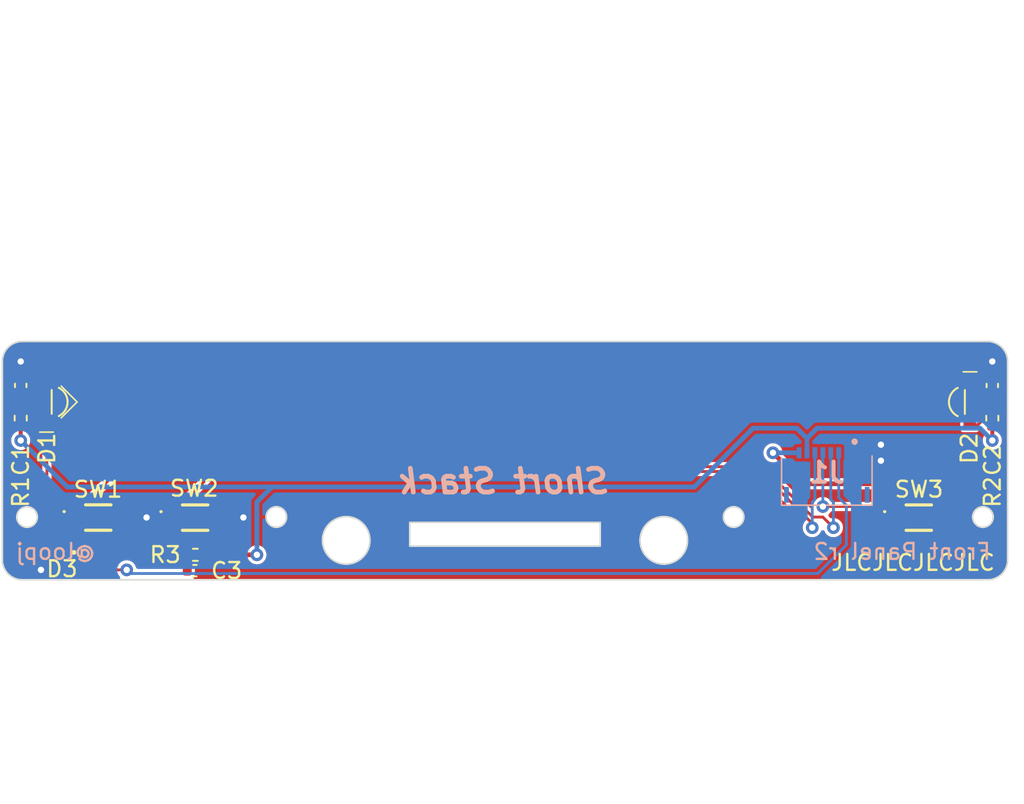
<source format=kicad_pcb>
(kicad_pcb (version 20240108) (generator "pcbnew") (generator_version "8.0")
  (layers (0 "F.Cu" signal) (31 "B.Cu" signal) (34 "B.Paste" user) (35 "F.Paste" user) (36 "B.SilkS" user "B.Silkscreen") (37 "F.SilkS" user "F.Silkscreen") (38 "B.Mask" user) (39 "F.Mask" user) (44 "Edge.Cuts" user))
  (property "VERSION" "v1.0.0")
  (net 0 "")
  (net 1 "+5V")
  (net 2 "/LED_DATA")
  (net 3 "GND")
  (net 4 "Net-(D1-AVDD)")
  (net 5 "Net-(D2-AVDD)")
  (net 6 "Net-(D1-DIN)")
  (net 7 "/RESET")
  (net 8 "/BT_SYNC")
  (net 9 "/PWR_BTN")
  (net 10 "Net-(D1-DOUT)")
  (net 12 "Net-(D3-AVDD)")
  (net 13 "+3V3")
  (footprint "Capacitor_SMD:C_0402_1005Metric" (layer "F.Cu") (at 178.7 95.7275 90)
    (property "Reference" "C2" (at -4.7125 0.01 90) (layer "F.SilkS"))
    (property "Value" "0.1uF")
    (fp_line (start -0.107836 -0.36) (end 0.107836 -0.36) (stroke (width 0.12)) (layer "F.SilkS"))
    (fp_line (start -0.107836 0.36) (end 0.107836 0.36) (stroke (width 0.12)) (layer "F.SilkS"))
    (pad "1" smd roundrect (at -0.48 0 90) (size 0.56 0.62) (layers "F.Cu" "F.Paste" "F.Mask") (net 5 "Net-(D2-AVDD)"))
    (pad "2" smd roundrect (at 0.48 0 90) (size 0.56 0.62) (layers "F.Cu" "F.Paste" "F.Mask") (net 3 "GND"))
  )
  (footprint "project-footprints:R668048" (layer "F.Cu") (at 122.396 104.043)
    (property "Reference" "SW1" (at -0.02 -1.77 0) (layer "F.SilkS"))
    (property "Value" "SW_Push" (hide yes))
    (fp_line (start -2.2 -0.375) (end -2.2 -0.375) (stroke (width 0.1)) (layer "F.SilkS"))
    (fp_line (start -2.1 -0.375) (end -2.1 -0.375) (stroke (width 0.1)) (layer "F.SilkS"))
    (fp_line (start -0.8 -0.8) (end 0.8 -0.8) (stroke (width 0.2)) (layer "F.SilkS"))
    (fp_line (start -0.8 0.8) (end 0.8 0.8) (stroke (width 0.2)) (layer "F.SilkS"))
    (fp_arc (start -2.2 -0.375) (mid -2.15 -0.425) (end -2.1 -0.375) (stroke (width 0.1)) (layer "F.SilkS"))
    (fp_arc (start -2.1 -0.375) (mid -2.15 -0.325) (end -2.2 -0.375) (stroke (width 0.1)) (layer "F.SilkS"))
    (pad "1" smd rect (at -1.325 -0.375 90) (size 0.55 0.55) (layers "F.Cu" "F.Paste" "F.Mask") (net 9 "/PWR_BTN"))
    (pad "2" smd rect (at 1.325 -0.375 90) (size 0.55 0.55) (layers "F.Cu" "F.Paste" "F.Mask") (net 3 "GND"))
    (pad "3" smd rect (at -1.325 0.375 90) (size 0.55 0.55) (layers "F.Cu" "F.Paste" "F.Mask") (net 9 "/PWR_BTN"))
    (pad "4" smd rect (at 1.325 0.375 90) (size 0.55 0.55) (layers "F.Cu" "F.Paste" "F.Mask") (net 3 "GND"))
  )
  (footprint "project-footprints:LED_12-23C_RSGHBHW-5V01_2C" (layer "F.Cu") (at 119.16 96.7625 -90)
    (property "Reference" "D1" (at 2.9275 0 90) (layer "F.SilkS"))
    (property "Value" "12-23C_RSGHBHW-5V01_2C")
    (fp_line (start -0.75 -0.3) (end 0.75 -0.3) (stroke (width 0.127)) (layer "F.SilkS"))
    (fp_line (start 1.9 -0.4) (end 1.9 0.45) (stroke (width 0.1)) (layer "F.SilkS"))
    (fp_arc (start -0.89 -0.749999) (mid 0 -1.300748) (end 0.89 -0.75) (stroke (width 0.127)) (layer "F.SilkS"))
    (pad "1" smd rect (at 1.425 0 270) (size 0.55 0.78) (layers "F.Cu" "F.Paste" "F.Mask") (net 6 "Net-(D1-DIN)"))
    (pad "2" smd rect (at 0.425 0.22 270) (size 0.55 0.34) (layers "F.Cu" "F.Paste" "F.Mask") (net 3 "GND"))
    (pad "3" smd rect (at -0.425 0.22 270) (size 0.55 0.34) (layers "F.Cu" "F.Paste" "F.Mask") (net 10 "Net-(D1-DOUT)"))
    (pad "4" smd rect (at -1.425 0 270) (size 0.55 0.78) (layers "F.Cu" "F.Paste" "F.Mask") (net 4 "Net-(D1-AVDD)"))
  )
  (footprint "Capacitor_SMD:C_0402_1005Metric" (layer "F.Cu") (at 117.51 95.7225 90)
    (property "Reference" "C1" (at -4.7175 0 90) (layer "F.SilkS"))
    (property "Value" "0.1uF")
    (fp_line (start -0.107836 -0.36) (end 0.107836 -0.36) (stroke (width 0.12)) (layer "F.SilkS"))
    (fp_line (start -0.107836 0.36) (end 0.107836 0.36) (stroke (width 0.12)) (layer "F.SilkS"))
    (pad "1" smd roundrect (at -0.48 0 90) (size 0.56 0.62) (layers "F.Cu" "F.Paste" "F.Mask") (net 4 "Net-(D1-AVDD)"))
    (pad "2" smd roundrect (at 0.48 0 90) (size 0.56 0.62) (layers "F.Cu" "F.Paste" "F.Mask") (net 3 "GND"))
  )
  (footprint "project-footprints:R668048" (layer "F.Cu") (at 174.071 104.048)
    (property "Reference" "SW3" (at 0.01 -1.78 0) (layer "F.SilkS"))
    (property "Value" "SW_Push" (hide yes))
    (fp_line (start -2.2 -0.375) (end -2.2 -0.375) (stroke (width 0.1)) (layer "F.SilkS"))
    (fp_line (start -2.1 -0.375) (end -2.1 -0.375) (stroke (width 0.1)) (layer "F.SilkS"))
    (fp_line (start -0.8 -0.8) (end 0.8 -0.8) (stroke (width 0.2)) (layer "F.SilkS"))
    (fp_line (start -0.8 0.8) (end 0.8 0.8) (stroke (width 0.2)) (layer "F.SilkS"))
    (fp_arc (start -2.2 -0.375) (mid -2.15 -0.425) (end -2.1 -0.375) (stroke (width 0.1)) (layer "F.SilkS"))
    (fp_arc (start -2.1 -0.375) (mid -2.15 -0.325) (end -2.2 -0.375) (stroke (width 0.1)) (layer "F.SilkS"))
    (pad "1" smd rect (at -1.325 -0.375 90) (size 0.55 0.55) (layers "F.Cu" "F.Paste" "F.Mask") (net 8 "/BT_SYNC"))
    (pad "2" smd rect (at 1.325 -0.375 90) (size 0.55 0.55) (layers "F.Cu" "F.Paste" "F.Mask") (net 13 "+3V3"))
    (pad "3" smd rect (at -1.325 0.375 90) (size 0.55 0.55) (layers "F.Cu" "F.Paste" "F.Mask") (net 8 "/BT_SYNC"))
    (pad "4" smd rect (at 1.325 0.375 90) (size 0.55 0.55) (layers "F.Cu" "F.Paste" "F.Mask") (net 13 "+3V3"))
  )
  (footprint "project-footprints:R668048" (layer "F.Cu") (at 128.496 104.048)
    (property "Reference" "SW2" (at -0.06 -1.84 0) (layer "F.SilkS"))
    (property "Value" "SW_Push" (hide yes))
    (fp_line (start -2.2 -0.375) (end -2.2 -0.375) (stroke (width 0.1)) (layer "F.SilkS"))
    (fp_line (start -2.1 -0.375) (end -2.1 -0.375) (stroke (width 0.1)) (layer "F.SilkS"))
    (fp_line (start -0.8 -0.8) (end 0.8 -0.8) (stroke (width 0.2)) (layer "F.SilkS"))
    (fp_line (start -0.8 0.8) (end 0.8 0.8) (stroke (width 0.2)) (layer "F.SilkS"))
    (fp_arc (start -2.2 -0.375) (mid -2.15 -0.425) (end -2.1 -0.375) (stroke (width 0.1)) (layer "F.SilkS"))
    (fp_arc (start -2.1 -0.375) (mid -2.15 -0.325) (end -2.2 -0.375) (stroke (width 0.1)) (layer "F.SilkS"))
    (pad "1" smd rect (at -1.325 -0.375 90) (size 0.55 0.55) (layers "F.Cu" "F.Paste" "F.Mask") (net 7 "/RESET"))
    (pad "2" smd rect (at 1.325 -0.375 90) (size 0.55 0.55) (layers "F.Cu" "F.Paste" "F.Mask") (net 3 "GND"))
    (pad "3" smd rect (at -1.325 0.375 90) (size 0.55 0.55) (layers "F.Cu" "F.Paste" "F.Mask") (net 7 "/RESET"))
    (pad "4" smd rect (at 1.325 0.375 90) (size 0.55 0.55) (layers "F.Cu" "F.Paste" "F.Mask") (net 3 "GND"))
  )
  (footprint "Capacitor_SMD:C_0402_1005Metric" (layer "F.Cu") (at 128.48 107.39)
    (property "Reference" "C3" (at 2 0 0) (layer "F.SilkS"))
    (property "Value" "0.1uF")
    (fp_line (start -0.107836 -0.36) (end 0.107836 -0.36) (stroke (width 0.12)) (layer "F.SilkS"))
    (fp_line (start -0.107836 0.36) (end 0.107836 0.36) (stroke (width 0.12)) (layer "F.SilkS"))
    (pad "1" smd roundrect (at -0.48 0) (size 0.56 0.62) (layers "F.Cu" "F.Paste" "F.Mask") (net 12 "Net-(D3-AVDD)"))
    (pad "2" smd roundrect (at 0.48 0) (size 0.56 0.62) (layers "F.Cu" "F.Paste" "F.Mask") (net 3 "GND"))
  )
  (footprint "project-footprints:LED_19-C47_RSGHBHC-5V01_2T" (layer "F.Cu") (at 122.41 106.79)
    (property "Reference" "D3" (at -2.3 0.489596 0) (layer "F.SilkS"))
    (property "Value" "19-C47_RSGHBHC-5V01_2T")
    (fp_circle (center -1.55 -0.55) (end -1.45 -0.55) (stroke (width 0.1)) (fill solid) (layer "F.SilkS"))
    (pad "1" smd rect (at -0.55 -0.55) (size 0.7 0.7) (layers "F.Cu" "F.Paste" "F.Mask") (net 6 "Net-(D1-DIN)"))
    (pad "2" smd rect (at 0.55 -0.55) (size 0.7 0.7) (layers "F.Cu" "F.Paste" "F.Mask") (net 12 "Net-(D3-AVDD)"))
    (pad "3" smd rect (at 0.55 0.55) (size 0.7 0.7) (layers "F.Cu" "F.Paste" "F.Mask") (net 2 "/LED_DATA"))
    (pad "4" smd rect (at -0.55 0.55) (size 0.7 0.7) (layers "F.Cu" "F.Paste" "F.Mask") (net 3 "GND"))
  )
  (footprint "Resistor_SMD:R_0402_1005Metric" (layer "F.Cu") (at 128.51 106.39 180)
    (property "Reference" "R3" (at 1.9 0 0) (layer "F.SilkS"))
    (property "Value" "33")
    (fp_line (start -0.153641 0.38) (end 0.153641 0.38) (stroke (width 0.12)) (layer "F.SilkS"))
    (fp_line (start -0.153641 -0.38) (end 0.153641 -0.38) (stroke (width 0.12)) (layer "F.SilkS"))
    (pad "1" smd roundrect (at -0.51 0 180) (size 0.54 0.64) (layers "F.Cu" "F.Paste" "F.Mask") (net 1 "+5V"))
    (pad "2" smd roundrect (at 0.51 0 180) (size 0.54 0.64) (layers "F.Cu" "F.Paste" "F.Mask") (net 12 "Net-(D3-AVDD)"))
  )
  (footprint "project-footprints:LED_12-23C_RSGHBHW-5V01_2C" (layer "F.Cu") (at 177.270871 96.7675 90)
    (property "Reference" "D2" (at -2.9225 -0.020871 90) (layer "F.SilkS"))
    (property "Value" "12-23C_RSGHBHW-5V01_2C")
    (fp_line (start 1.9 -0.4) (end 1.9 0.45) (stroke (width 0.1)) (layer "F.SilkS"))
    (fp_line (start -0.75 -0.3) (end 0.75 -0.3) (stroke (width 0.127)) (layer "F.SilkS"))
    (fp_arc (start -0.89 -0.749999) (mid 0 -1.300748) (end 0.89 -0.75) (stroke (width 0.127)) (layer "F.SilkS"))
    (pad "1" smd rect (at 1.425 0 90) (size 0.55 0.78) (layers "F.Cu" "F.Paste" "F.Mask") (net 10 "Net-(D1-DOUT)"))
    (pad "2" smd rect (at 0.425 0.22 90) (size 0.55 0.34) (layers "F.Cu" "F.Paste" "F.Mask") (net 3 "GND"))
    (pad "3" smd rect (at -0.425 0.22 90) (size 0.55 0.34) (layers "F.Cu" "F.Paste" "F.Mask"))
    (pad "4" smd rect (at -1.425 0 90) (size 0.55 0.78) (layers "F.Cu" "F.Paste" "F.Mask") (net 5 "Net-(D2-AVDD)"))
  )
  (footprint "Resistor_SMD:R_0402_1005Metric" (layer "F.Cu") (at 117.51 97.7825 90)
    (property "Reference" "R1" (at -4.65574 0 90) (layer "F.SilkS"))
    (property "Value" "33")
    (fp_line (start -0.153641 -0.38) (end 0.153641 -0.38) (stroke (width 0.12)) (layer "F.SilkS"))
    (fp_line (start -0.153641 0.38) (end 0.153641 0.38) (stroke (width 0.12)) (layer "F.SilkS"))
    (pad "1" smd roundrect (at -0.51 0 90) (size 0.54 0.64) (layers "F.Cu" "F.Paste" "F.Mask") (net 1 "+5V"))
    (pad "2" smd roundrect (at 0.51 0 90) (size 0.54 0.64) (layers "F.Cu" "F.Paste" "F.Mask") (net 4 "Net-(D1-AVDD)"))
  )
  (footprint "Resistor_SMD:R_0402_1005Metric" (layer "F.Cu") (at 178.7 97.7875 90)
    (property "Reference" "R2" (at -4.65074 0.01 90) (layer "F.SilkS"))
    (property "Value" "33")
    (fp_line (start -0.153641 -0.38) (end 0.153641 -0.38) (stroke (width 0.12)) (layer "F.SilkS"))
    (fp_line (start -0.153641 0.38) (end 0.153641 0.38) (stroke (width 0.12)) (layer "F.SilkS"))
    (pad "1" smd roundrect (at -0.51 0 90) (size 0.54 0.64) (layers "F.Cu" "F.Paste" "F.Mask") (net 1 "+5V"))
    (pad "2" smd roundrect (at 0.51 0 90) (size 0.54 0.64) (layers "F.Cu" "F.Paste" "F.Mask") (net 5 "Net-(D2-AVDD)"))
  )
  (footprint "project-footprints:5034800800" (layer "B.Cu") (at 168.278 101.215 180)
    (property "Reference" "J1" (at 0 0 180) (layer "B.SilkS") (effects (font (size 1.27 1.27) (thickness 0.254)) (justify mirror)))
    (property "Value" "Main PCB" (hide yes))
    (fp_line (start 2.85 0.95) (end 2.85 -2.05) (stroke (width 0.1)) (layer "B.SilkS"))
    (fp_line (start 2.85 -2.05) (end -2.85 -2.05) (stroke (width 0.1)) (layer "B.SilkS"))
    (fp_line (start -1.75 2.05) (end -1.75 2.05) (stroke (width 0.2)) (layer "B.SilkS"))
    (fp_line (start -1.75 1.85) (end -1.75 1.85) (stroke (width 0.2)) (layer "B.SilkS"))
    (fp_line (start -2.85 -2.05) (end -2.85 1.05) (stroke (width 0.1)) (layer "B.SilkS"))
    (fp_arc (start -1.75 2.05) (mid -1.85 1.95) (end -1.75 1.85) (stroke (width 0.2)) (layer "B.SilkS"))
    (fp_arc (start -1.75 1.85) (mid -1.65 1.95) (end -1.75 2.05) (stroke (width 0.2)) (layer "B.SilkS"))
    (pad "1" smd rect (at -1.75 1.25 180) (size 0.3 0.7) (layers "B.Cu" "B.Paste" "B.Mask") (net 3 "GND"))
    (pad "2" smd rect (at -1.25 1.25 180) (size 0.3 0.7) (layers "B.Cu" "B.Paste" "B.Mask") (net 3 "GND"))
    (pad "3" smd rect (at -0.75 1.25 180) (size 0.3 0.7) (layers "B.Cu" "B.Paste" "B.Mask") (net 2 "/LED_DATA"))
    (pad "4" smd rect (at -0.25 1.25 180) (size 0.3 0.7) (layers "B.Cu" "B.Paste" "B.Mask") (net 9 "/PWR_BTN"))
    (pad "5" smd rect (at 0.25 1.25 180) (size 0.3 0.7) (layers "B.Cu" "B.Paste" "B.Mask") (net 8 "/BT_SYNC"))
    (pad "6" smd rect (at 0.75 1.25 180) (size 0.3 0.7) (layers "B.Cu" "B.Paste" "B.Mask") (net 7 "/RESET"))
    (pad "7" smd rect (at 1.25 1.25 180) (size 0.3 0.7) (layers "B.Cu" "B.Paste" "B.Mask") (net 1 "+5V"))
    (pad "8" smd rect (at 1.75 1.25 180) (size 0.3 0.7) (layers "B.Cu" "B.Paste" "B.Mask") (net 13 "+3V3"))
    (pad "MP1" smd rect (at -2.54 -1.4 180) (size 0.3 1) (layers "B.Cu" "B.Paste" "B.Mask"))
    (pad "MP2" smd rect (at 2.54 -1.4 180) (size 0.3 1) (layers "B.Cu" "B.Paste" "B.Mask"))
  )
  (gr_line (start 121.06 96.765) (end 120.06 97.765) (stroke (width 0.1)) (layer "F.SilkS"))
  (gr_line (start 120.06 95.765) (end 121.06 96.765) (stroke (width 0.1)) (layer "F.SilkS"))
  (gr_circle (center 117.91 104.01) (end 118.56 104.01) (stroke (width 0.1)) (fill none) (layer "Edge.Cuts"))
  (gr_circle (center 162.409764 104.01) (end 163.059764 104.01) (stroke (width 0.1)) (fill none) (layer "Edge.Cuts"))
  (gr_line (start 116.36 94.209602) (end 116.36 106.709502) (stroke (width 0.1)) (layer "Edge.Cuts"))
  (gr_arc (start 178.41 92.959602) (mid 179.293883 93.325719) (end 179.66 94.209602) (stroke (width 0.1)) (layer "Edge.Cuts"))
  (gr_line (start 178.41 107.959502) (end 117.61 107.959502) (stroke (width 0.1)) (layer "Edge.Cuts"))
  (gr_line (start 179.66 94.209602) (end 179.66 106.709502) (stroke (width 0.1)) (layer "Edge.Cuts"))
  (gr_circle (center 138.0099 105.482102) (end 139.5099 105.482102) (stroke (width 0.1)) (fill none) (layer "Edge.Cuts"))
  (gr_arc (start 179.66 106.709502) (mid 179.293883 107.593384) (end 178.41 107.959502) (stroke (width 0.1)) (layer "Edge.Cuts"))
  (gr_arc (start 116.36 94.209602) (mid 116.726116 93.325717) (end 117.61 92.959602) (stroke (width 0.1)) (layer "Edge.Cuts"))
  (gr_circle (center 178.11 104.01) (end 178.76 104.01) (stroke (width 0.1)) (fill none) (layer "Edge.Cuts"))
  (gr_arc (start 117.61 107.959502) (mid 116.726116 107.593386) (end 116.36 106.709502) (stroke (width 0.1)) (layer "Edge.Cuts"))
  (gr_line (start 142.009764 104.344602) (end 154.009764 104.344602) (stroke (width 0.1)) (layer "Edge.Cuts"))
  (gr_circle (center 158.009764 105.482102) (end 159.509764 105.482102) (stroke (width 0.1)) (fill none) (layer "Edge.Cuts"))
  (gr_line (start 117.61 92.959602) (end 178.41 92.959602) (stroke (width 0.1)) (layer "Edge.Cuts"))
  (gr_circle (center 133.609764 104.01) (end 134.259764 104.01) (stroke (width 0.1)) (fill none) (layer "Edge.Cuts"))
  (gr_line (start 154.009764 104.344602) (end 154.009764 105.844602) (stroke (width 0.1)) (layer "Edge.Cuts"))
  (gr_line (start 142.009764 105.844602) (end 154.009764 105.844602) (stroke (width 0.1)) (layer "Edge.Cuts"))
  (gr_line (start 142.009764 104.344602) (end 142.009764 105.844602) (stroke (width 0.1)) (layer "Edge.Cuts"))
  (gr_text "@loopj" (at 117.11 106.19 0) (layer "B.SilkS") (effects (font (size 1 1)) (justify right mirror)))
  (gr_text "Front Panel r2" (at 178.688495 106.19 0) (layer "B.SilkS") (effects (font (size 1 1)) (justify left mirror)))
  (gr_text "Short Stack" (at 154.779643 102.639332 0) (layer "B.SilkS") (effects (font (size 1.5 1.5) (thickness 0.3) (bold yes) (italic yes)) (justify left bottom mirror)))
  (gr_text "JLCJLCJLCJLC" (at 173.71 107.465 0) (layer "F.SilkS") (effects (font (size 1 1)) (justify bottom)))
  (segment (start 178.7 99.19) (end 178.7 98.2975) (width 0.25) (layer "F.Cu") (net 1))
  (segment (start 132.385 106.39) (end 129.02 106.39) (width 0.3) (layer "F.Cu") (net 1))
  (segment (start 117.51 99.19) (end 117.51 98.2925) (width 0.25) (layer "F.Cu") (net 1))
  (via (at 117.51 99.19) (size 0.8) (drill 0.4) (layers "F.Cu" "B.Cu") (net 1))
  (via (at 178.7 99.19) (size 0.8) (drill 0.4) (layers "F.Cu" "B.Cu") (net 1))
  (via (at 132.385 106.39) (size 0.8) (drill 0.4) (layers "F.Cu" "B.Cu") (net 1))
  (segment (start 132.385 106.39) (end 132.385 103.065) (width 0.3) (layer "B.Cu") (net 1))
  (segment (start 166.3876 98.415) (end 163.635 98.415) (width 0.3) (layer "B.Cu") (net 1))
  (segment (start 177.925 98.415) (end 178.7 99.19) (width 0.3) (layer "B.Cu") (net 1))
  (segment (start 167.027 99.0544) (end 167.6664 98.415) (width 0.3) (layer "B.Cu") (net 1))
  (segment (start 132.385 103.065) (end 133.335 102.115) (width 0.3) (layer "B.Cu") (net 1))
  (segment (start 120.435 102.115) (end 117.51 99.19) (width 0.3) (layer "B.Cu") (net 1))
  (segment (start 159.935 102.115) (end 120.435 102.115) (width 0.3) (layer "B.Cu") (net 1))
  (segment (start 167.027 99.964) (end 167.027 99.0544) (width 0.28) (layer "B.Cu") (net 1))
  (segment (start 163.635 98.415) (end 159.935 102.115) (width 0.3) (layer "B.Cu") (net 1))
  (segment (start 167.028 99.965) (end 167.027 99.964) (width 0.28) (layer "B.Cu") (net 1))
  (segment (start 167.6664 98.415) (end 177.925 98.415) (width 0.3) (layer "B.Cu") (net 1))
  (segment (start 167.027 99.0544) (end 166.3876 98.415) (width 0.3) (layer "B.Cu") (net 1))
  (segment (start 124.185 107.34) (end 122.96 107.34) (width 0.1778) (layer "F.Cu") (net 2))
  (via (at 124.185 107.34) (size 0.8) (drill 0.4) (layers "F.Cu" "B.Cu") (net 2))
  (segment (start 167.705753 107.569247) (end 169.51 105.765) (width 0.1778) (layer "B.Cu") (net 2))
  (segment (start 169.028 102.783) (end 169.028 99.965) (width 0.1778) (layer "B.Cu") (net 2))
  (segment (start 169.51 103.265) (end 169.028 102.783) (width 0.1778) (layer "B.Cu") (net 2))
  (segment (start 169.51 105.765) (end 169.51 103.265) (width 0.1778) (layer "B.Cu") (net 2))
  (segment (start 124.185 107.34) (end 124.414247 107.569247) (width 0.1778) (layer "B.Cu") (net 2))
  (segment (start 124.414247 107.569247) (end 167.705753 107.569247) (width 0.1778) (layer "B.Cu") (net 2))
  (segment (start 169.028 99.966) (end 169.027 99.965) (width 0.1778) (layer "B.Cu") (net 2))
  (via (at 117.51 94.215) (size 0.8) (drill 0.4) (layers "F.Cu" "B.Cu") (net 3))
  (via (at 178.7 94.215) (size 0.8) (drill 0.4) (layers "F.Cu" "B.Cu") (net 3))
  (via (at 125.435 104.04) (size 0.8) (drill 0.4) (layers "F.Cu" "B.Cu") (net 3))
  (via (at 171.685 99.456023) (size 0.8) (drill 0.4) (layers "F.Cu" "B.Cu") (net 3))
  (via (at 131.535 104.04) (size 0.8) (drill 0.4) (layers "F.Cu" "B.Cu") (net 3))
  (via (at 118.785 107.34) (size 0.8) (drill 0.4) (layers "F.Cu" "B.Cu") (net 3))
  (via (at 171.685 100.462892) (size 0.8) (drill 0.4) (layers "F.Cu" "B.Cu") (net 3))
  (segment (start 118.375 95.3375) (end 119.16 95.3375) (width 0.1778) (layer "F.Cu") (net 4))
  (segment (start 117.51 96.2025) (end 118.375 95.3375) (width 0.1778) (layer "F.Cu") (net 4))
  (segment (start 117.51 97.2725) (end 117.51 96.2025) (width 0.1778) (layer "F.Cu") (net 4))
  (segment (start 178.7 97.303086) (end 177.810586 98.1925) (width 0.1778) (layer "F.Cu") (net 5))
  (segment (start 178.7 97.2775) (end 178.7 96.2075) (width 0.1778) (layer "F.Cu") (net 5))
  (segment (start 177.810586 98.1925) (end 177.270871 98.1925) (width 0.1778) (layer "F.Cu") (net 5))
  (segment (start 178.7 96.2075) (end 178.7 97.303086) (width 0.1778) (layer "F.Cu") (net 5))
  (segment (start 121.502295 106.24) (end 119.16 103.897705) (width 0.1778) (layer "F.Cu") (net 6))
  (segment (start 121.86 106.24) (end 121.502295 106.24) (width 0.1778) (layer "F.Cu") (net 6))
  (segment (start 119.16 103.897705) (end 119.16 98.1875) (width 0.1778) (layer "F.Cu") (net 6))
  (segment (start 167.36 104.69) (end 167.36 104.415) (width 0.1778) (layer "F.Cu") (net 7))
  (segment (start 164.0898 101.1448) (end 129.6992 101.1448) (width 0.1778) (layer "F.Cu") (net 7))
  (segment (start 129.6992 101.1448) (end 127.171 103.673) (width 0.1778) (layer "F.Cu") (net 7))
  (segment (start 167.36 104.415) (end 164.0898 101.1448) (width 0.1778) (layer "F.Cu") (net 7))
  (segment (start 127.171 103.673) (end 127.171 104.423) (width 0.1778) (layer "F.Cu") (net 7))
  (via (at 167.36 104.6813) (size 0.8) (drill 0.4) (layers "F.Cu" "B.Cu") (net 7))
  (segment (start 167.528 102.904443) (end 167.528 99.965) (width 0.1778) (layer "B.Cu") (net 7))
  (segment (start 167.36 104.6813) (end 167.36 103.072443) (width 0.1778) (layer "B.Cu") (net 7))
  (segment (start 167.36 103.072443) (end 167.528 102.904443) (width 0.1778) (layer "B.Cu") (net 7))
  (segment (start 167.527 99.965) (end 167.528 99.966) (width 0.1778) (layer "B.Cu") (net 7))
  (segment (start 172.746 103.673) (end 172.746 104.423) (width 0.1778) (layer "F.Cu") (net 8))
  (segment (start 168.0267 103.3483) (end 172.4213 103.3483) (width 0.1778) (layer "F.Cu") (net 8))
  (segment (start 172.4213 103.3483) (end 172.746 103.673) (width 0.1778) (layer "F.Cu") (net 8))
  (via (at 168.027 103.3483) (size 0.8) (drill 0.4) (layers "F.Cu" "B.Cu") (net 8))
  (segment (start 168.027 99.966) (end 168.028 99.965) (width 0.1778) (layer "B.Cu") (net 8))
  (segment (start 168.027 103.3483) (end 168.027 99.966) (width 0.1778) (layer "B.Cu") (net 8))
  (segment (start 164.216052 100.84) (end 123.899 100.84) (width 0.1778) (layer "F.Cu") (net 9))
  (segment (start 167.391052 104.015) (end 164.216052 100.84) (width 0.1778) (layer "F.Cu") (net 9))
  (segment (start 123.899 100.84) (end 121.071 103.668) (width 0.1778) (layer "F.Cu") (net 9))
  (segment (start 168.6937 104.6813) (end 168.0274 104.015) (width 0.1778) (layer "F.Cu") (net 9))
  (segment (start 168.0274 104.015) (end 167.391052 104.015) (width 0.1778) (layer "F.Cu") (net 9))
  (segment (start 121.071 103.668) (end 121.071 104.418) (width 0.1778) (layer "F.Cu") (net 9))
  (via (at 168.6937 104.6813) (size 0.8) (drill 0.4) (layers "F.Cu" "B.Cu") (net 9))
  (segment (start 168.6937 103.072143) (end 168.6937 104.6813) (width 0.1778) (layer "B.Cu") (net 9))
  (segment (start 168.527 99.965) (end 168.528 99.966) (width 0.1778) (layer "B.Cu") (net 9))
  (segment (start 168.528 102.906443) (end 168.528 99.965) (width 0.1778) (layer "B.Cu") (net 9))
  (segment (start 168.528 102.906443) (end 168.6937 103.072143) (width 0.1778) (layer "B.Cu") (net 9))
  (segment (start 175.318371 93.39) (end 177.270871 95.3425) (width 0.1778) (layer "F.Cu") (net 10))
  (segment (start 118.94 96.3375) (end 119.4028 96.3375) (width 0.1778) (layer "F.Cu") (net 10))
  (segment (start 119.91 94.99) (end 121.51 93.39) (width 0.1778) (layer "F.Cu") (net 10))
  (segment (start 119.4028 96.3375) (end 119.91 95.8303) (width 0.1778) (layer "F.Cu") (net 10))
  (segment (start 119.91 95.8303) (end 119.91 94.99) (width 0.1778) (layer "F.Cu") (net 10))
  (segment (start 121.51 93.39) (end 175.318371 93.39) (width 0.1778) (layer "F.Cu") (net 10))
  (segment (start 123.11 106.39) (end 122.96 106.24) (width 0.1778) (layer "F.Cu") (net 12))
  (segment (start 128 106.39) (end 128 107.39) (width 0.1778) (layer "F.Cu") (net 12))
  (segment (start 128 106.39) (end 123.11 106.39) (width 0.1778) (layer "F.Cu") (net 12))
  (segment (start 175.396 103.99) (end 175.396 104.423) (width 0.3) (layer "F.Cu") (net 13))
  (segment (start 164.885 99.965) (end 166.835 101.915) (width 0.3) (layer "F.Cu") (net 13))
  (segment (start 166.835 101.915) (end 173.638 101.915) (width 0.3) (layer "F.Cu") (net 13))
  (segment (start 173.638 101.915) (end 175.396 103.673) (width 0.3) (layer "F.Cu") (net 13))
  (segment (start 175.396 103.673) (end 175.396 103.99) (width 0.3) (layer "F.Cu") (net 13))
  (via (at 164.885 99.965) (size 0.8) (drill 0.4) (layers "F.Cu" "B.Cu") (net 13))
  (segment (start 164.885 99.965) (end 166.528 99.965) (width 0.3) (layer "B.Cu") (net 13))
  (zone (net 3) (net_name "GND") (layers "F&B.Cu") (connect_pads thru_hole_only (clearance 0.2)) (min_thickness 0.25) (fill yes (thermal_gap 0.5) (thermal_bridge_width 0.5))
    (polygon (pts (xy 179.71 92.79) (xy 116.205651 92.792349) (xy 116.25 108.74) (xy 179.75 108.74)))
  )
)
</source>
